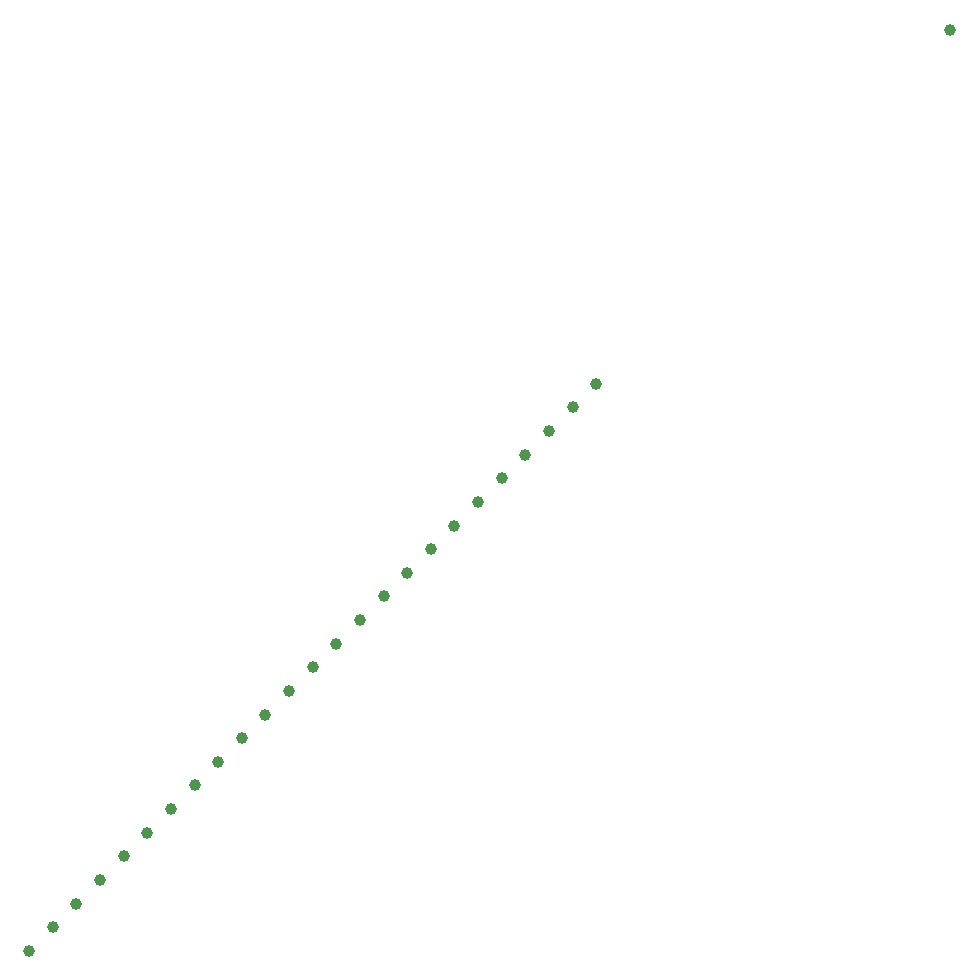
<source format=gbr>
G04 Examples for testing time performance of Gerber parsers*
%FSLAX26Y26*%
%MOMM*%
%ADD10C,1*%
%LPD*%
D10*
X0Y0D03*
X78000000Y78000000D03*
X2000000Y2000000D03*
X4000000Y4000000D03*
X6000000Y6000000D03*
X8000000Y8000000D03*
X10000000Y10000000D03*
X12000000Y12000000D03*
X14000000Y14000000D03*
X16000000Y16000000D03*
X18000000Y18000000D03*
X20000000Y20000000D03*
X22000000Y22000000D03*
X24000000Y24000000D03*
X26000000Y26000000D03*
X28000000Y28000000D03*
X30000000Y30000000D03*
X32000000Y32000000D03*
X34000000Y34000000D03*
X36000000Y36000000D03*
X38000000Y38000000D03*
X40000000Y40000000D03*
X42000000Y42000000D03*
X44000000Y44000000D03*
X46000000Y46000000D03*
X48000000Y48000000D03*
M02*

</source>
